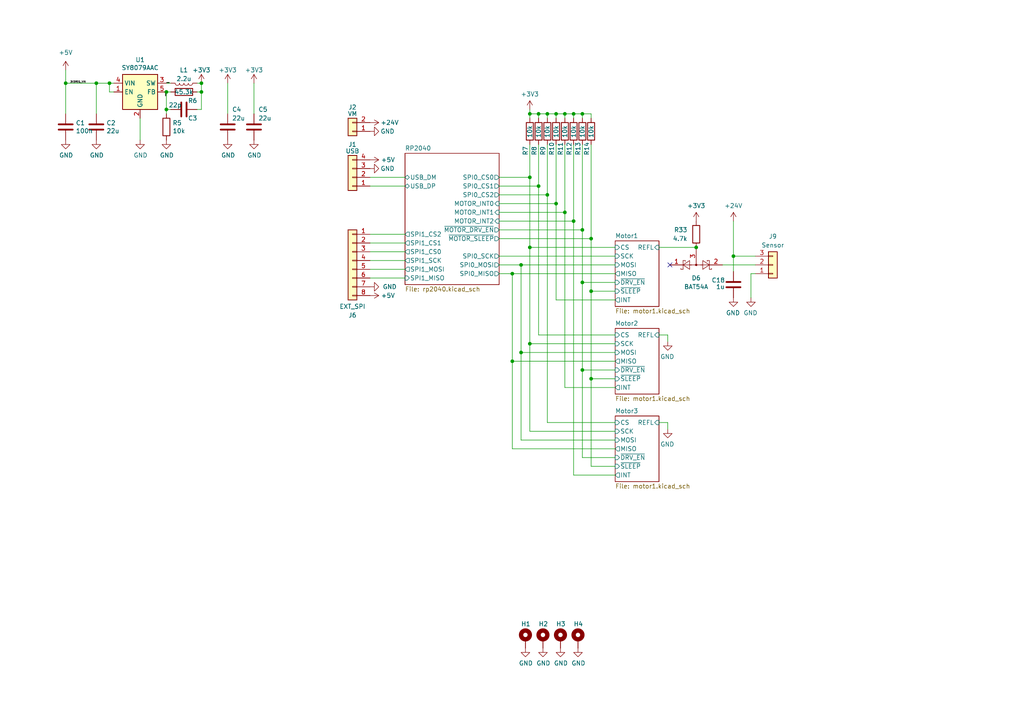
<source format=kicad_sch>
(kicad_sch (version 20230121) (generator eeschema)
  (paper "A4")
  (title_block (title "TkkrLab Pick&Place controller") (date "2024-01-09") (rev "0.1") (company "Nicolai Electronics"))
  (lib_symbols
    (symbol "Connector_Generic:Conn_01x02" (pin_names (offset 1.016) hide)
      (property "Reference" "J" (at 0 2.54 0))
      (property "Value" "Conn_01x02" (at 0 -5.08 0))
      (symbol "Conn_01x02_1_1"
        (rectangle (start -1.27 -2.413) (end 0 -2.667) (stroke (width 0.1524)))
        (rectangle (start -1.27 0.127) (end 0 -0.127) (stroke (width 0.1524)))
        (rectangle (start -1.27 1.27) (end 1.27 -3.81) (stroke (width 0.254)) (fill (type background)))
        (pin passive line (at -5.08 0 0) (length 3.81) (name "Pin_1") (number "1"))
        (pin passive line (at -5.08 -2.54 0) (length 3.81) (name "Pin_2") (number "2"))
      )
    )
    (symbol "Connector_Generic:Conn_01x03" (pin_names (offset 1.016) hide)
      (property "Reference" "J" (at 0 5.08 0))
      (property "Value" "Conn_01x03" (at 0 -5.08 0))
      (symbol "Conn_01x03_1_1"
        (rectangle (start -1.27 -2.413) (end 0 -2.667) (stroke (width 0.1524)))
        (rectangle (start -1.27 0.127) (end 0 -0.127) (stroke (width 0.1524)))
        (rectangle (start -1.27 2.667) (end 0 2.413) (stroke (width 0.1524)))
        (rectangle (start -1.27 3.81) (end 1.27 -3.81) (stroke (width 0.254)) (fill (type background)))
        (pin passive line (at -5.08 2.54 0) (length 3.81) (name "Pin_1") (number "1"))
        (pin passive line (at -5.08 0 0) (length 3.81) (name "Pin_2") (number "2"))
        (pin passive line (at -5.08 -2.54 0) (length 3.81) (name "Pin_3") (number "3"))
      )
    )
    (symbol "Connector_Generic:Conn_01x04" (pin_names (offset 1.016) hide)
      (property "Reference" "J" (at 0 5.08 0))
      (property "Value" "Conn_01x04" (at 0 -7.62 0))
      (symbol "Conn_01x04_1_1"
        (rectangle (start -1.27 -4.953) (end 0 -5.207) (stroke (width 0.1524)))
        (rectangle (start -1.27 -2.413) (end 0 -2.667) (stroke (width 0.1524)))
        (rectangle (start -1.27 0.127) (end 0 -0.127) (stroke (width 0.1524)))
        (rectangle (start -1.27 2.667) (end 0 2.413) (stroke (width 0.1524)))
        (rectangle (start -1.27 3.81) (end 1.27 -6.35) (stroke (width 0.254)) (fill (type background)))
        (pin passive line (at -5.08 2.54 0) (length 3.81) (name "Pin_1") (number "1"))
        (pin passive line (at -5.08 0 0) (length 3.81) (name "Pin_2") (number "2"))
        (pin passive line (at -5.08 -2.54 0) (length 3.81) (name "Pin_3") (number "3"))
        (pin passive line (at -5.08 -5.08 0) (length 3.81) (name "Pin_4") (number "4"))
      )
    )
    (symbol "Connector_Generic:Conn_01x08" (pin_names (offset 1.016) hide)
      (property "Reference" "J" (at 0 10.16 0))
      (property "Value" "Conn_01x08" (at 0 -12.7 0))
      (symbol "Conn_01x08_1_1"
        (rectangle (start -1.27 -10.033) (end 0 -10.287) (stroke (width 0.1524)))
        (rectangle (start -1.27 -7.493) (end 0 -7.747) (stroke (width 0.1524)))
        (rectangle (start -1.27 -4.953) (end 0 -5.207) (stroke (width 0.1524)))
        (rectangle (start -1.27 -2.413) (end 0 -2.667) (stroke (width 0.1524)))
        (rectangle (start -1.27 0.127) (end 0 -0.127) (stroke (width 0.1524)))
        (rectangle (start -1.27 2.667) (end 0 2.413) (stroke (width 0.1524)))
        (rectangle (start -1.27 5.207) (end 0 4.953) (stroke (width 0.1524)))
        (rectangle (start -1.27 7.747) (end 0 7.493) (stroke (width 0.1524)))
        (rectangle (start -1.27 8.89) (end 1.27 -11.43) (stroke (width 0.254)) (fill (type background)))
        (pin passive line (at -5.08 7.62 0) (length 3.81) (name "Pin_1") (number "1"))
        (pin passive line (at -5.08 5.08 0) (length 3.81) (name "Pin_2") (number "2"))
        (pin passive line (at -5.08 2.54 0) (length 3.81) (name "Pin_3") (number "3"))
        (pin passive line (at -5.08 0 0) (length 3.81) (name "Pin_4") (number "4"))
        (pin passive line (at -5.08 -2.54 0) (length 3.81) (name "Pin_5") (number "5"))
        (pin passive line (at -5.08 -5.08 0) (length 3.81) (name "Pin_6") (number "6"))
        (pin passive line (at -5.08 -7.62 0) (length 3.81) (name "Pin_7") (number "7"))
        (pin passive line (at -5.08 -10.16 0) (length 3.81) (name "Pin_8") (number "8"))
      )
    )
    (symbol "Device:R" (pin_numbers hide) (pin_names (offset 0))
      (property "Reference" "R" (at 2.032 0 90))
      (property "Value" "R" (at 0 0 90))
      (symbol "R_0_1"
        (rectangle (start -1.016 -2.54) (end 1.016 2.54) (stroke (width 0.254)))
      )
      (symbol "R_1_1"
        (pin passive line (at 0 3.81 270) (length 1.27) (name "~") (number "1"))
        (pin passive line (at 0 -3.81 90) (length 1.27) (name "~") (number "2"))
      )
    )
    (symbol "Diode:BAT54A" (pin_names (offset 1.016))
      (property "Reference" "D" (at 0.635 -3.81 0))
      (property "Value" "BAT54A" (at -6.35 3.175 0))
      (symbol "BAT54A_0_1"
        (polyline (pts (xy -4.445 1.27) (xy -4.445 1.016)))
        (polyline (pts (xy -3.81 -1.27) (xy -3.81 1.27)))
        (polyline (pts (xy -3.81 -1.27) (xy -3.175 -1.27)))
        (polyline (pts (xy -3.81 0) (xy -1.27 0)))
        (polyline (pts (xy -3.81 1.27) (xy -4.445 1.27)))
        (polyline (pts (xy -3.175 -1.27) (xy -3.175 -1.016)))
        (polyline (pts (xy -1.905 0) (xy 1.905 0)))
        (polyline (pts (xy 1.27 0) (xy 3.81 0)))
        (polyline (pts (xy 3.175 -1.27) (xy 3.175 -1.016)))
        (polyline (pts (xy 3.81 -1.27) (xy 3.175 -1.27)))
        (polyline (pts (xy 3.81 -1.27) (xy 3.81 1.27)))
        (polyline (pts (xy 3.81 1.27) (xy 4.445 1.27)))
        (polyline (pts (xy 4.445 1.27) (xy 4.445 1.016)))
        (polyline (pts (xy -1.905 1.27) (xy -1.905 -1.27) (xy -3.81 0) (xy -1.905 1.27)))
        (polyline (pts (xy 1.905 1.27) (xy 1.905 -1.27) (xy 3.81 0) (xy 1.905 1.27)))
        (circle (center 0 0) (radius 0.254) (fill (type outline)))
      )
      (symbol "BAT54A_1_1"
        (pin passive line (at -7.62 0 0) (length 3.81) (name "~") (number "1"))
        (pin passive line (at 7.62 0 180) (length 3.81) (name "~") (number "2"))
        (pin passive line (at 0 -5.08 90) (length 5.08) (name "~") (number "3"))
      )
    )
    (symbol "Mechanical:MountingHole_Pad" (pin_numbers hide) (pin_names (offset 1.016) hide)
      (property "Reference" "H" (at 0 6.35 0))
      (property "Value" "MountingHole_Pad" (at 0 4.445 0))
      (symbol "MountingHole_Pad_0_1"
        (circle (center 0 1.27) (radius 1.27) (stroke (width 1.27)))
      )
      (symbol "MountingHole_Pad_1_1"
        (pin input line (at 0 -2.54 90) (length 2.54) (name "1") (number "1"))
      )
    )
    (symbol "mch2021-rescue:+3.3V-power" (power) (pin_names (offset 0))
      (property "Value" "+3.3V-power" (at 0 3.556 0))
      (symbol "+3.3V-power_0_1"
        (polyline (pts (xy -0.762 1.27) (xy 0 2.54)))
        (polyline (pts (xy 0 0) (xy 0 2.54)))
        (polyline (pts (xy 0 2.54) (xy 0.762 1.27)))
      )
      (symbol "+3.3V-power_1_1"
        (pin power_in line (at 0 0 90) (length 0) hide (name "+3V3") (number "1"))
      )
    )
    (symbol "mch2021-rescue:C-Device" (pin_numbers hide) (pin_names (offset 0.254))
      (property "Reference" "C" (at 0.635 2.54 0))
      (property "Value" "C-Device" (at 0.635 -2.54 0))
      (symbol "C-Device_0_1"
        (polyline (pts (xy -2.032 -0.762) (xy 2.032 -0.762)) (stroke (width 0.508)))
        (polyline (pts (xy -2.032 0.762) (xy 2.032 0.762)) (stroke (width 0.508)))
      )
      (symbol "C-Device_1_1"
        (pin passive line (at 0 3.81 270) (length 2.794) (name "~") (number "1"))
        (pin passive line (at 0 -3.81 90) (length 2.794) (name "~") (number "2"))
      )
    )
    (symbol "mch2021-rescue:GND-power" (power) (pin_names (offset 0))
      (property "Value" "GND-power" (at 0 -3.81 0))
      (symbol "GND-power_0_1"
        (polyline (pts (xy 0 0) (xy 0 -1.27) (xy 1.27 -1.27) (xy 0 -2.54) (xy -1.27 -1.27) (xy 0 -1.27)))
      )
      (symbol "GND-power_1_1"
        (pin power_in line (at 0 0 270) (length 0) hide (name "GND") (number "1"))
      )
    )
    (symbol "mch2021-rescue:L-Device" (pin_numbers hide) (pin_names (offset 1.016) hide)
      (property "Reference" "L" (at -1.27 0 90))
      (property "Value" "L-Device" (at 1.905 0 90))
      (symbol "L-Device_0_1"
        (arc (start 0 -2.54) (mid 0.6323 -1.905) (end 0 -1.27))
        (arc (start 0 -1.27) (mid 0.6323 -0.635) (end 0 0))
        (arc (start 0 0) (mid 0.6323 0.635) (end 0 1.27))
        (arc (start 0 1.27) (mid 0.6323 1.905) (end 0 2.54))
      )
      (symbol "L-Device_1_1"
        (pin passive line (at 0 3.81 270) (length 1.27) (name "1") (number "1"))
        (pin passive line (at 0 -3.81 90) (length 1.27) (name "2") (number "2"))
      )
    )
    (symbol "mch2021-rescue:R-Device" (pin_numbers hide) (pin_names (offset 0))
      (property "Reference" "R" (at 2.032 0 90))
      (property "Value" "R-Device" (at 0 0 90))
      (symbol "R-Device_0_1"
        (rectangle (start -1.016 -2.54) (end 1.016 2.54) (stroke (width 0.254)))
      )
      (symbol "R-Device_1_1"
        (pin passive line (at 0 3.81 270) (length 1.27) (name "~") (number "1"))
        (pin passive line (at 0 -3.81 90) (length 1.27) (name "~") (number "2"))
      )
    )
    (symbol "mch2021-rescue:TLV62568DBV-Regulator_Switching"
      (property "Reference" "U" (at -5.08 6.35 0))
      (property "Value" "TLV62568DBV-Regulator_Switching" (at 0 6.35 0))
      (symbol "TLV62568DBV-Regulator_Switching_0_1"
        (rectangle (start -5.08 5.08) (end 5.08 -5.08) (stroke (width 0.254)) (fill (type background)))
      )
      (symbol "TLV62568DBV-Regulator_Switching_1_1"
        (pin input line (at -7.62 0 0) (length 2.54) (name "EN") (number "1"))
        (pin power_in line (at 0 -7.62 90) (length 2.54) (name "GND") (number "2"))
        (pin power_out line (at 7.62 2.54 180) (length 2.54) (name "SW") (number "3"))
        (pin power_in line (at -7.62 2.54 0) (length 2.54) (name "VIN") (number "4"))
        (pin input line (at 7.62 0 180) (length 2.54) (name "FB") (number "5"))
      )
    )
    (symbol "power:+24V" (power) (pin_names (offset 0))
      (property "Value" "+24V" (at 0 3.556 0))
      (symbol "+24V_0_1"
        (polyline (pts (xy -0.762 1.27) (xy 0 2.54)))
        (polyline (pts (xy 0 0) (xy 0 2.54)))
        (polyline (pts (xy 0 2.54) (xy 0.762 1.27)))
      )
      (symbol "+24V_1_1"
        (pin power_in line (at 0 0 90) (length 0) hide (name "+24V") (number "1"))
      )
    )
    (symbol "power:+5V" (power) (pin_names (offset 0))
      (property "Value" "+5V" (at 0 3.556 0))
      (symbol "+5V_0_1"
        (polyline (pts (xy -0.762 1.27) (xy 0 2.54)))
        (polyline (pts (xy 0 0) (xy 0 2.54)))
        (polyline (pts (xy 0 2.54) (xy 0.762 1.27)))
      )
      (symbol "+5V_1_1"
        (pin power_in line (at 0 0 90) (length 0) hide (name "+5V") (number "1"))
      )
    )
  )
  (junction (at 171.45 69.215))
  (junction (at 158.75 33.02))
  (junction (at 163.83 61.595))
  (junction (at 151.13 102.235))
  (junction (at 171.45 84.455))
  (junction (at 58.42 26.67))
  (junction (at 48.26 26.67))
  (junction (at 153.67 51.435))
  (junction (at 156.21 33.02))
  (junction (at 31.75 24.13))
  (junction (at 166.37 33.02))
  (junction (at 171.45 109.855))
  (junction (at 161.29 59.055))
  (junction (at 153.67 71.755))
  (junction (at 168.91 33.02))
  (junction (at 161.29 33.02))
  (junction (at 19.05 24.13))
  (junction (at 48.26 31.75))
  (junction (at 153.67 99.695))
  (junction (at 156.21 53.975))
  (junction (at 151.13 76.835))
  (junction (at 168.91 66.675))
  (junction (at 166.37 64.135))
  (junction (at 168.91 81.915))
  (junction (at 212.725 74.295))
  (junction (at 58.42 24.13))
  (junction (at 201.93 71.755))
  (junction (at 158.75 56.515))
  (junction (at 153.67 33.02))
  (junction (at 163.83 33.02))
  (junction (at 148.59 79.375))
  (junction (at 27.94 24.13))
  (junction (at 148.59 104.775))
  (junction (at 168.91 107.315))
  (no_connect (at 194.31 76.835))
  (wire (pts (xy 168.91 81.915) (xy 168.91 66.675)))
  (wire (pts (xy 178.435 99.695) (xy 153.67 99.695)))
  (wire (pts (xy 219.075 76.835) (xy 209.55 76.835)))
  (wire (pts (xy 171.45 41.91) (xy 171.45 69.215)))
  (wire (pts (xy 73.66 33.02) (xy 73.66 24.13)))
  (wire (pts (xy 178.435 97.155) (xy 156.21 97.155)))
  (wire (pts (xy 178.435 102.235) (xy 151.13 102.235)))
  (wire (pts (xy 144.78 56.515) (xy 158.75 56.515)))
  (wire (pts (xy 178.435 81.915) (xy 168.91 81.915)))
  (wire (pts (xy 217.805 79.375) (xy 219.075 79.375)))
  (wire (pts (xy 217.805 79.375) (xy 217.805 86.36)))
  (wire (pts (xy 158.75 33.02) (xy 161.29 33.02)))
  (wire (pts (xy 58.42 24.13) (xy 57.15 24.13)))
  (wire (pts (xy 58.42 31.75) (xy 58.42 26.67)))
  (wire (pts (xy 158.75 33.02) (xy 158.75 34.29)))
  (wire (pts (xy 48.26 24.13) (xy 49.53 24.13)))
  (wire (pts (xy 19.05 20.32) (xy 19.05 24.13)))
  (wire (pts (xy 178.435 104.775) (xy 148.59 104.775)))
  (wire (pts (xy 48.26 31.75) (xy 48.26 26.67)))
  (wire (pts (xy 171.45 84.455) (xy 178.435 84.455)))
  (wire (pts (xy 27.94 33.02) (xy 27.94 24.13)))
  (wire (pts (xy 19.05 24.13) (xy 27.94 24.13)))
  (wire (pts (xy 171.45 135.255) (xy 178.435 135.255)))
  (wire (pts (xy 191.135 122.555) (xy 193.675 122.555)))
  (wire (pts (xy 31.75 26.67) (xy 31.75 24.13)))
  (wire (pts (xy 171.45 109.855) (xy 178.435 109.855)))
  (wire (pts (xy 107.315 70.485) (xy 117.475 70.485)))
  (wire (pts (xy 153.67 33.02) (xy 153.67 34.29)))
  (wire (pts (xy 178.435 71.755) (xy 153.67 71.755)))
  (wire (pts (xy 107.315 53.975) (xy 117.475 53.975)))
  (wire (pts (xy 171.45 84.455) (xy 171.45 109.855)))
  (wire (pts (xy 40.64 34.29) (xy 40.64 40.64)))
  (wire (pts (xy 107.315 75.565) (xy 117.475 75.565)))
  (wire (pts (xy 144.78 76.835) (xy 151.13 76.835)))
  (wire (pts (xy 156.21 41.91) (xy 156.21 53.975)))
  (wire (pts (xy 144.78 61.595) (xy 163.83 61.595)))
  (wire (pts (xy 153.67 99.695) (xy 153.67 125.095)))
  (wire (pts (xy 161.29 86.995) (xy 161.29 59.055)))
  (wire (pts (xy 144.78 51.435) (xy 153.67 51.435)))
  (wire (pts (xy 144.78 66.675) (xy 168.91 66.675)))
  (wire (pts (xy 178.435 137.795) (xy 166.37 137.795)))
  (wire (pts (xy 166.37 137.795) (xy 166.37 64.135)))
  (wire (pts (xy 168.91 132.715) (xy 168.91 107.315)))
  (wire (pts (xy 148.59 130.175) (xy 148.59 104.775)))
  (wire (pts (xy 153.67 31.75) (xy 153.67 33.02)))
  (wire (pts (xy 212.725 74.295) (xy 212.725 78.74)))
  (wire (pts (xy 144.78 74.295) (xy 178.435 74.295)))
  (wire (pts (xy 107.315 51.435) (xy 117.475 51.435)))
  (wire (pts (xy 107.315 80.645) (xy 117.475 80.645)))
  (wire (pts (xy 48.26 33.02) (xy 48.26 31.75)))
  (wire (pts (xy 166.37 41.91) (xy 166.37 64.135)))
  (wire (pts (xy 178.435 130.175) (xy 148.59 130.175)))
  (wire (pts (xy 156.21 33.02) (xy 156.21 34.29)))
  (wire (pts (xy 153.67 71.755) (xy 153.67 51.435)))
  (wire (pts (xy 107.315 78.105) (xy 117.475 78.105)))
  (wire (pts (xy 171.45 69.215) (xy 171.45 84.455)))
  (wire (pts (xy 163.83 33.02) (xy 163.83 34.29)))
  (wire (pts (xy 178.435 125.095) (xy 153.67 125.095)))
  (wire (pts (xy 151.13 102.235) (xy 151.13 127.635)))
  (wire (pts (xy 166.37 33.02) (xy 168.91 33.02)))
  (wire (pts (xy 27.94 24.13) (xy 31.75 24.13)))
  (wire (pts (xy 151.13 76.835) (xy 178.435 76.835)))
  (wire (pts (xy 178.435 107.315) (xy 168.91 107.315)))
  (wire (pts (xy 48.26 26.67) (xy 49.53 26.67)))
  (wire (pts (xy 168.91 66.675) (xy 168.91 41.91)))
  (wire (pts (xy 168.91 107.315) (xy 168.91 81.915)))
  (wire (pts (xy 193.675 97.155) (xy 193.675 99.06)))
  (wire (pts (xy 171.45 33.02) (xy 171.45 34.29)))
  (wire (pts (xy 153.67 51.435) (xy 153.67 41.91)))
  (wire (pts (xy 161.29 41.91) (xy 161.29 59.055)))
  (wire (pts (xy 161.29 33.02) (xy 163.83 33.02)))
  (wire (pts (xy 163.83 61.595) (xy 163.83 41.91)))
  (wire (pts (xy 148.59 79.375) (xy 178.435 79.375)))
  (wire (pts (xy 191.135 97.155) (xy 193.675 97.155)))
  (wire (pts (xy 57.15 31.75) (xy 58.42 31.75)))
  (wire (pts (xy 156.21 53.975) (xy 144.78 53.975)))
  (wire (pts (xy 148.59 104.775) (xy 148.59 79.375)))
  (wire (pts (xy 219.075 74.295) (xy 212.725 74.295)))
  (wire (pts (xy 163.83 112.395) (xy 163.83 61.595)))
  (wire (pts (xy 156.21 33.02) (xy 158.75 33.02)))
  (wire (pts (xy 178.435 132.715) (xy 168.91 132.715)))
  (wire (pts (xy 66.04 24.13) (xy 66.04 33.02)))
  (wire (pts (xy 161.29 59.055) (xy 144.78 59.055)))
  (wire (pts (xy 58.42 26.67) (xy 58.42 24.13)))
  (wire (pts (xy 168.91 33.02) (xy 171.45 33.02)))
  (wire (pts (xy 178.435 122.555) (xy 158.75 122.555)))
  (wire (pts (xy 144.78 79.375) (xy 148.59 79.375)))
  (wire (pts (xy 151.13 127.635) (xy 178.435 127.635)))
  (wire (pts (xy 212.725 64.135) (xy 212.725 74.295)))
  (wire (pts (xy 168.91 33.02) (xy 168.91 34.29)))
  (wire (pts (xy 151.13 102.235) (xy 151.13 76.835)))
  (wire (pts (xy 153.67 33.02) (xy 156.21 33.02)))
  (wire (pts (xy 153.67 71.755) (xy 153.67 99.695)))
  (wire (pts (xy 158.75 56.515) (xy 158.75 41.91)))
  (wire (pts (xy 33.02 26.67) (xy 31.75 26.67)))
  (wire (pts (xy 107.315 73.025) (xy 117.475 73.025)))
  (wire (pts (xy 166.37 33.02) (xy 166.37 34.29)))
  (wire (pts (xy 156.21 97.155) (xy 156.21 53.975)))
  (wire (pts (xy 107.315 67.945) (xy 117.475 67.945)))
  (wire (pts (xy 171.45 69.215) (xy 144.78 69.215)))
  (wire (pts (xy 178.435 86.995) (xy 161.29 86.995)))
  (wire (pts (xy 161.29 33.02) (xy 161.29 34.29)))
  (wire (pts (xy 31.75 24.13) (xy 33.02 24.13)))
  (wire (pts (xy 171.45 109.855) (xy 171.45 135.255)))
  (wire (pts (xy 49.53 31.75) (xy 48.26 31.75)))
  (wire (pts (xy 163.83 33.02) (xy 166.37 33.02)))
  (wire (pts (xy 158.75 122.555) (xy 158.75 56.515)))
  (wire (pts (xy 166.37 64.135) (xy 144.78 64.135)))
  (wire (pts (xy 19.05 24.13) (xy 19.05 33.02)))
  (wire (pts (xy 193.675 122.555) (xy 193.675 124.46)))
  (wire (pts (xy 58.42 26.67) (xy 57.15 26.67)))
  (wire (pts (xy 191.135 71.755) (xy 201.93 71.755)))
  (wire (pts (xy 178.435 112.395) (xy 163.83 112.395)))
  (label "FB33" (at 48.26 27.94 90) (effects (font (size 0.2032 0.2032))))
  (label "SW33" (at 48.26 24.13 0) (effects (font (size 0.2032 0.2032))))
  (label "3V3REG_VIN" (at 20.32 24.13 0) (effects (font (size 0.508 0.508))))
  (symbol (lib_id "mch2021-rescue:GND-power") (at 73.66 40.64 0) (unit 1)
    (property "Reference" "#PWR025" (effects hide))
    (property "Value" "GND" (at 73.787 45.0342 0))
  )
  (symbol (lib_id "mch2021-rescue:GND-power") (at 66.04 40.64 0) (unit 1)
    (property "Reference" "#PWR023" (effects hide))
    (property "Value" "GND" (at 66.167 45.0342 0))
  )
  (symbol (lib_id "mch2021-rescue:GND-power") (at 48.26 40.64 0) (unit 1)
    (property "Reference" "#PWR020" (effects hide))
    (property "Value" "GND" (at 48.387 45.0342 0))
  )
  (symbol (lib_id "mch2021-rescue:GND-power") (at 27.94 40.64 0) (unit 1)
    (property "Reference" "#PWR018" (effects hide))
    (property "Value" "GND" (at 28.067 45.0342 0))
  )
  (symbol (lib_id "mch2021-rescue:+3.3V-power") (at 66.04 24.13 0) (unit 1)
    (property "Reference" "#PWR022" (effects hide))
    (property "Value" "+3.3V" (at 66.04 20.32 0))
  )
  (symbol (lib_id "mch2021-rescue:+3.3V-power") (at 58.42 24.13 0) (unit 1)
    (property "Reference" "#PWR021" (effects hide))
    (property "Value" "+3.3V" (at 58.42 20.32 0))
  )
  (symbol (lib_id "mch2021-rescue:TLV62568DBV-Regulator_Switching") (at 40.64 26.67 0) (unit 1)
    (property "Reference" "U1" (at 40.64 17.3482 0))
    (property "Value" "SY8079AAC" (at 40.64 19.6596 0))
    (property "Footprint" "Package_TO_SOT_SMD:SOT-23-5" (effects hide))
    (property "Datasheet" "https://datasheet.lcsc.com/lcsc/1809050356_Silergy-Corp-SY8079AAC_C133751.pdf" (effects hide))
    (property "LCSC" "C133751" (effects hide))
    (property "Mouser" "-" (effects hide))
    (property "Sponsored" "N" (effects hide))
    (property "Category" "ICs" (effects hide))
    (property "Buy early" "Y" (effects hide))
    (property "MPN" "SY8079AAC" (effects hide))
    (property "Manufacturer" "Silergy Corp" (effects hide))
  )
  (symbol (lib_id "mch2021-rescue:L-Device") (at 53.34 24.13 270) (unit 1)
    (property "Reference" "L1" (at 53.34 20.32 90))
    (property "Value" "2.2u" (at 53.34 22.86 90))
    (property "Footprint" "custom:Inductor_MSC20FC" (effects hide))
    (property "Datasheet" "https://datasheet.lcsc.com/lcsc/1912111437_PSA-Prosperity-Dielectrics-MCS20FC-2R2MHC_C375944.pdf" (effects hide))
    (property "LCSC" "C375944" (effects hide))
    (property "Mouser" "-" (effects hide))
    (property "Sponsored" "N" (effects hide))
    (property "Category" "Inductors" (effects hide))
    (property "MPN" "MCS20FC-2R2MHC" (effects hide))
    (property "Manufacturer" "PSA" (effects hide))
    (property "Buy early" "Y" (effects hide))
  )
  (symbol (lib_id "mch2021-rescue:R-Device") (at 48.26 36.83 0) (unit 1)
    (property "Reference" "R5" (at 50.038 35.6616 0) (effects (justify left)))
    (property "Value" "10k" (at 50.038 37.973 0) (effects (justify left)))
    (property "Footprint" "Resistor_SMD:R_0402_1005Metric" (effects hide))
    (property "Datasheet" "https://datasheet.lcsc.com/lcsc/2110260030_UNI-ROYAL-Uniroyal-Elec-0402WGF1002TCE_C25744.pdf" (effects hide))
    (property "LCSC" "C25744" (effects hide))
    (property "Mouser" "-" (effects hide))
    (property "Sponsored" "N" (effects hide))
    (property "MANUFACTURER" "UNI-ROYAL" (effects hide))
    (property "MPN" "0402WGF1002TCE" (effects hide))
    (property "Category" "Resistors" (effects hide))
    (property "Buy early" "Y" (effects hide))
    (property "Description" "Generic part" (effects hide))
    (property "Manufacturer" "Uni-royal" (effects hide))
  )
  (symbol (lib_id "mch2021-rescue:C-Device") (at 19.05 36.83 0) (unit 1)
    (property "Reference" "C1" (at 21.971 35.6616 0) (effects (justify left)))
    (property "Value" "100n" (at 21.971 37.973 0) (effects (justify left)))
    (property "Footprint" "Capacitor_SMD:C_0402_1005Metric" (effects hide))
    (property "Datasheet" "https://datasheet.lcsc.com/lcsc/1810191222_Samsung-Electro-Mechanics-CL05B104KB54PNC_C307331.pdf" (effects hide))
    (property "Sponsored" "N" (effects hide))
    (property "LCSC" "C307331" (effects hide))
    (property "Category" "Capacitors" (effects hide))
    (property "Description" "Generic part" (effects hide))
    (property "Buy early" "Y" (effects hide))
    (property "MPN" "CL05B104KB54PNC" (effects hide))
    (property "Manufacturer" "Samsung Electro-Mechanics" (effects hide))
    (property "Minimal voltage rating" "10" (effects hide))
    (property "Voltage rating" "50" (effects hide))
  )
  (symbol (lib_id "mch2021-rescue:GND-power") (at 19.05 40.64 0) (unit 1)
    (property "Reference" "#PWR017" (effects hide))
    (property "Value" "GND" (at 19.177 45.0342 0))
  )
  (symbol (lib_id "mch2021-rescue:GND-power") (at 40.64 40.64 0) (unit 1)
    (property "Reference" "#PWR019" (effects hide))
    (property "Value" "GND" (at 40.767 45.0342 0))
  )
  (symbol (lib_id "mch2021-rescue:C-Device") (at 73.66 36.83 0) (unit 1)
    (property "Reference" "C5" (at 74.93 31.75 0) (effects (justify left)))
    (property "Value" "22u" (at 74.93 34.29 0) (effects (justify left)))
    (property "Footprint" "Capacitor_SMD:C_0805_2012Metric" (effects hide))
    (property "Datasheet" "https://datasheet.lcsc.com/lcsc/2006102223_Samsung-Electro-Mechanics-CL21A226MAYNNNE_C602037.pdf" (effects hide))
    (property "Sponsored" "N" (effects hide))
    (property "LCSC" "C602037" (effects hide))
    (property "Category" "Capacitors" (effects hide))
    (property "Description" "Generic part" (effects hide))
    (property "Buy early" "Y" (effects hide))
    (property "MPN" "CL21A226MAYNNNE" (effects hide))
    (property "Manufacturer" "Samsung Electro-Mechanics" (effects hide))
    (property "Minimal voltage rating" "10" (effects hide))
    (property "Voltage rating" "25" (effects hide))
  )
  (symbol (lib_id "mch2021-rescue:C-Device") (at 27.94 36.83 0) (unit 1)
    (property "Reference" "C2" (at 30.861 35.6616 0) (effects (justify left)))
    (property "Value" "22u" (at 30.861 37.973 0) (effects (justify left)))
    (property "Footprint" "Capacitor_SMD:C_0805_2012Metric" (effects hide))
    (property "Datasheet" "https://datasheet.lcsc.com/lcsc/2006102223_Samsung-Electro-Mechanics-CL21A226MAYNNNE_C602037.pdf" (effects hide))
    (property "Sponsored" "N" (effects hide))
    (property "LCSC" "C602037" (effects hide))
    (property "Category" "Capacitors" (effects hide))
    (property "Description" "Generic part" (effects hide))
    (property "Buy early" "Y" (effects hide))
    (property "MPN" "CL21A226MAYNNNE" (effects hide))
    (property "Manufacturer" "Samsung Electro-Mechanics" (effects hide))
    (property "Minimal voltage rating" "10" (effects hide))
    (property "Voltage rating" "25" (effects hide))
  )
  (symbol (lib_id "mch2021-rescue:R-Device") (at 53.34 26.67 270) (unit 1)
    (property "Reference" "R6" (at 55.88 29.21 90))
    (property "Value" "45.3k" (at 53.34 26.67 90))
    (property "Footprint" "Resistor_SMD:R_0402_1005Metric" (effects hide))
    (property "Datasheet" "https://datasheet.lcsc.com/lcsc/2110260130_UNI-ROYAL-Uniroyal-Elec-0402WGF4532TCE_C26980.pdf" (effects hide))
    (property "LCSC" "C26980" (effects hide))
    (property "Mouser" "-" (effects hide))
    (property "Sponsored" "N" (effects hide))
    (property "MANUFACTURER" "UNI-ROYAL" (effects hide))
    (property "MPN" "0402WGF4532TCE" (effects hide))
    (property "Category" "Resistors" (effects hide))
    (property "Buy early" "Y" (effects hide))
    (property "Description" "Generic part" (effects hide))
    (property "Manufacturer" "Uni-royal" (effects hide))
  )
  (symbol (lib_id "mch2021-rescue:C-Device") (at 53.34 31.75 270) (unit 1)
    (property "Reference" "C3" (at 55.88 34.29 90))
    (property "Value" "22p" (at 50.8 30.48 90))
    (property "Footprint" "Capacitor_SMD:C_0402_1005Metric" (effects hide))
    (property "Datasheet" "https://datasheet.lcsc.com/lcsc/1912111437_CCTC-TCC0402C0G220J500AT_C466226.pdf" (effects hide))
    (property "Sponsored" "N" (effects hide))
    (property "LCSC" "C466226" (effects hide))
    (property "MANUFACTURER" "YAGEO" (effects hide))
    (property "MPN" "TCC0402C0G220J500AT" (effects hide))
    (property "Category" "Capacitors" (effects hide))
    (property "Description" "Generic part" (effects hide))
    (property "Buy early" "Y" (effects hide))
    (property "Manufacturer" "CCTC" (effects hide))
    (property "Minimal voltage rating" "10" (effects hide))
    (property "Voltage rating" "50" (effects hide))
  )
  (symbol (lib_id "mch2021-rescue:C-Device") (at 66.04 36.83 0) (unit 1)
    (property "Reference" "C4" (at 67.31 31.75 0) (effects (justify left)))
    (property "Value" "22u" (at 67.31 34.29 0) (effects (justify left)))
    (property "Footprint" "Capacitor_SMD:C_0805_2012Metric" (effects hide))
    (property "Datasheet" "https://datasheet.lcsc.com/lcsc/2006102223_Samsung-Electro-Mechanics-CL21A226MAYNNNE_C602037.pdf" (effects hide))
    (property "Sponsored" "N" (effects hide))
    (property "LCSC" "C602037" (effects hide))
    (property "Category" "Capacitors" (effects hide))
    (property "Description" "Generic part" (effects hide))
    (property "Buy early" "Y" (effects hide))
    (property "MPN" "CL21A226MAYNNNE" (effects hide))
    (property "Manufacturer" "Samsung Electro-Mechanics" (effects hide))
    (property "Minimal voltage rating" "10" (effects hide))
    (property "Voltage rating" "25" (effects hide))
  )
  (symbol (lib_id "mch2021-rescue:+3.3V-power") (at 73.66 24.13 0) (unit 1)
    (property "Reference" "#PWR024" (effects hide))
    (property "Value" "+3.3V" (at 73.66 20.32 0))
  )
  (symbol (lib_id "mch2021-rescue:+3.3V-power") (at 153.67 31.75 0) (unit 1)
    (property "Reference" "#PWR027" (effects hide))
    (property "Value" "+3.3V" (at 153.67 27.305 0))
  )
  (symbol (lib_id "Connector_Generic:Conn_01x08") (at 102.235 75.565 0) (mirror y) (unit 1)
    (property "Reference" "J6" (at 102.235 91.44 0))
    (property "Value" "EXT_SPI" (at 102.235 88.9 0))
    (property "Footprint" "Connector_JST:JST_XH_B8B-XH-A_1x08_P2.50mm_Vertical" (effects hide))
  )
  (symbol (lib_id "mch2021-rescue:R-Device") (at 153.67 38.1 0) (unit 1)
    (property "Reference" "R7" (at 152.4 45.085 90) (effects (justify left)))
    (property "Value" "10k" (at 153.67 40.005 90) (effects (justify left)))
    (property "Footprint" "Resistor_SMD:R_0402_1005Metric" (effects hide))
    (property "Datasheet" "https://datasheet.lcsc.com/lcsc/2110260030_UNI-ROYAL-Uniroyal-Elec-0402WGF1002TCE_C25744.pdf" (effects hide))
    (property "LCSC" "C25744" (effects hide))
    (property "Mouser" "-" (effects hide))
    (property "Sponsored" "N" (effects hide))
    (property "MANUFACTURER" "UNI-ROYAL" (effects hide))
    (property "MPN" "0402WGF1002TCE" (effects hide))
    (property "Category" "Resistors" (effects hide))
    (property "Buy early" "Y" (effects hide))
    (property "Description" "Generic part" (effects hide))
    (property "Manufacturer" "Uni-royal" (effects hide))
  )
  (symbol (lib_id "mch2021-rescue:GND-power") (at 162.56 187.96 0) (unit 1)
    (property "Reference" "#PWR029" (effects hide))
    (property "Value" "GND" (at 162.687 192.3542 0))
  )
  (symbol (lib_id "power:+5V") (at 107.315 46.355 270) (unit 1)
    (property "Reference" "#PWR05" (effects hide))
    (property "Value" "+5V" (at 110.49 46.355 90) (effects (justify left)))
  )
  (symbol (lib_id "mch2021-rescue:C-Device") (at 212.725 82.55 0) (mirror x) (unit 1)
    (property "Reference" "C18" (at 206.375 81.28 0) (effects (justify left)))
    (property "Value" "1u" (at 207.645 83.185 0) (effects (justify left)))
    (property "Footprint" "Capacitor_SMD:C_0402_1005Metric" (effects hide))
    (property "Datasheet" "https://datasheet.lcsc.com/lcsc/1810191216_Samsung-Electro-Mechanics-CL05A105KQ5NNNC_C107372.pdf" (effects hide))
    (property "LCSC" "C107372" (effects hide))
    (property "Mouser" "-" (effects hide))
    (property "Sponsored" "N" (effects hide))
    (property "Category" "Capacitors" (effects hide))
    (property "Description" "Generic part" (effects hide))
    (property "Buy early" "Y" (effects hide))
    (property "MPN" "CL05A105KQ5NNNC" (effects hide))
    (property "Manufacturer" "Samsung Electro-Mechanics" (effects hide))
    (property "Minimal voltage rating" "6" (effects hide))
    (property "Voltage rating" "6.3" (effects hide))
  )
  (symbol (lib_id "power:+24V") (at 212.725 64.135 0) (mirror y) (unit 1)
    (property "Reference" "#PWR051" (effects hide))
    (property "Value" "+24V" (at 212.725 59.69 0))
  )
  (symbol (lib_id "mch2021-rescue:R-Device") (at 161.29 38.1 0) (unit 1)
    (property "Reference" "R10" (at 160.02 45.085 90) (effects (justify left)))
    (property "Value" "10k" (at 161.29 40.005 90) (effects (justify left)))
    (property "Footprint" "Resistor_SMD:R_0402_1005Metric" (effects hide))
    (property "Datasheet" "https://datasheet.lcsc.com/lcsc/2110260030_UNI-ROYAL-Uniroyal-Elec-0402WGF1002TCE_C25744.pdf" (effects hide))
    (property "LCSC" "C25744" (effects hide))
    (property "Mouser" "-" (effects hide))
    (property "Sponsored" "N" (effects hide))
    (property "MANUFACTURER" "UNI-ROYAL" (effects hide))
    (property "MPN" "0402WGF1002TCE" (effects hide))
    (property "Category" "Resistors" (effects hide))
    (property "Buy early" "Y" (effects hide))
    (property "Description" "Generic part" (effects hide))
    (property "Manufacturer" "Uni-royal" (effects hide))
  )
  (symbol (lib_id "Diode:BAT54A") (at 201.93 76.835 0) (mirror x) (unit 1)
    (property "Reference" "D6" (at 201.93 80.645 0))
    (property "Value" "BAT54A" (at 201.93 83.185 0))
    (property "Footprint" "Package_TO_SOT_SMD:SOT-23" (effects hide))
    (property "Datasheet" "http://www.diodes.com/_files/datasheets/ds11005.pdf" (effects hide))
  )
  (symbol (lib_id "mch2021-rescue:R-Device") (at 166.37 38.1 0) (unit 1)
    (property "Reference" "R12" (at 165.1 45.085 90) (effects (justify left)))
    (property "Value" "10k" (at 166.37 40.005 90) (effects (justify left)))
    (property "Footprint" "Resistor_SMD:R_0402_1005Metric" (effects hide))
    (property "Datasheet" "https://datasheet.lcsc.com/lcsc/2110260030_UNI-ROYAL-Uniroyal-Elec-0402WGF1002TCE_C25744.pdf" (effects hide))
    (property "LCSC" "C25744" (effects hide))
    (property "Mouser" "-" (effects hide))
    (property "Sponsored" "N" (effects hide))
    (property "MANUFACTURER" "UNI-ROYAL" (effects hide))
    (property "MPN" "0402WGF1002TCE" (effects hide))
    (property "Category" "Resistors" (effects hide))
    (property "Buy early" "Y" (effects hide))
    (property "Description" "Generic part" (effects hide))
    (property "Manufacturer" "Uni-royal" (effects hide))
  )
  (symbol (lib_id "Mechanical:MountingHole_Pad") (at 157.48 185.42 0) (unit 1)
    (property "Reference" "H2" (at 156.21 180.975 0) (effects (justify left)))
    (property "Value" "MountingHole_Pad" (effects hide))
    (property "Footprint" "MountingHole:MountingHole_2.2mm_M2_Pad_Via" (effects hide))
  )
  (symbol (lib_id "Mechanical:MountingHole_Pad") (at 162.56 185.42 0) (unit 1)
    (property "Reference" "H3" (at 161.29 180.975 0) (effects (justify left)))
    (property "Value" "MountingHole_Pad" (effects hide))
    (property "Footprint" "MountingHole:MountingHole_2.2mm_M2_Pad_Via" (effects hide))
  )
  (symbol (lib_id "power:+24V") (at 107.315 35.56 270) (mirror x) (unit 1)
    (property "Reference" "#PWR016" (effects hide))
    (property "Value" "+24V" (at 113.03 35.56 90))
  )
  (symbol (lib_id "mch2021-rescue:R-Device") (at 171.45 38.1 0) (unit 1)
    (property "Reference" "R14" (at 170.18 45.085 90) (effects (justify left)))
    (property "Value" "10k" (at 171.45 40.005 90) (effects (justify left)))
    (property "Footprint" "Resistor_SMD:R_0402_1005Metric" (effects hide))
    (property "Datasheet" "https://datasheet.lcsc.com/lcsc/2110260030_UNI-ROYAL-Uniroyal-Elec-0402WGF1002TCE_C25744.pdf" (effects hide))
    (property "LCSC" "C25744" (effects hide))
    (property "Mouser" "-" (effects hide))
    (property "Sponsored" "N" (effects hide))
    (property "MANUFACTURER" "UNI-ROYAL" (effects hide))
    (property "MPN" "0402WGF1002TCE" (effects hide))
    (property "Category" "Resistors" (effects hide))
    (property "Buy early" "Y" (effects hide))
    (property "Description" "Generic part" (effects hide))
    (property "Manufacturer" "Uni-royal" (effects hide))
  )
  (symbol (lib_id "mch2021-rescue:GND-power") (at 193.675 124.46 0) (mirror y) (unit 1)
    (property "Reference" "#PWR070" (effects hide))
    (property "Value" "GND" (at 193.548 128.8542 0))
  )
  (symbol (lib_id "Device:R") (at 201.93 67.945 0) (mirror y) (unit 1)
    (property "Reference" "R33" (at 199.39 66.675 0) (effects (justify left)))
    (property "Value" "4.7k" (at 199.39 69.215 0) (effects (justify left)))
    (property "Footprint" "Resistor_SMD:R_0402_1005Metric" (effects hide))
  )
  (symbol (lib_id "Connector_Generic:Conn_01x02") (at 102.235 38.1 180) (unit 1)
    (property "Reference" "J2" (at 102.235 31.115 0))
    (property "Value" "VM" (at 102.235 33.02 0))
    (property "Footprint" "Connector_JST:JST_XH_B2B-XH-A_1x02_P2.50mm_Vertical" (effects hide))
  )
  (symbol (lib_id "mch2021-rescue:R-Device") (at 163.83 38.1 0) (unit 1)
    (property "Reference" "R11" (at 162.56 45.085 90) (effects (justify left)))
    (property "Value" "10k" (at 163.83 40.005 90) (effects (justify left)))
    (property "Footprint" "Resistor_SMD:R_0402_1005Metric" (effects hide))
    (property "Datasheet" "https://datasheet.lcsc.com/lcsc/2110260030_UNI-ROYAL-Uniroyal-Elec-0402WGF1002TCE_C25744.pdf" (effects hide))
    (property "LCSC" "C25744" (effects hide))
    (property "Mouser" "-" (effects hide))
    (property "Sponsored" "N" (effects hide))
    (property "MANUFACTURER" "UNI-ROYAL" (effects hide))
    (property "MPN" "0402WGF1002TCE" (effects hide))
    (property "Category" "Resistors" (effects hide))
    (property "Buy early" "Y" (effects hide))
    (property "Description" "Generic part" (effects hide))
    (property "Manufacturer" "Uni-royal" (effects hide))
  )
  (symbol (lib_id "mch2021-rescue:GND-power") (at 167.64 187.96 0) (unit 1)
    (property "Reference" "#PWR030" (effects hide))
    (property "Value" "GND" (at 167.767 192.3542 0))
  )
  (symbol (lib_id "Mechanical:MountingHole_Pad") (at 152.4 185.42 0) (unit 1)
    (property "Reference" "H1" (at 151.13 180.975 0) (effects (justify left)))
    (property "Value" "MountingHole_Pad" (effects hide))
    (property "Footprint" "MountingHole:MountingHole_2.2mm_M2_Pad_Via" (effects hide))
  )
  (symbol (lib_id "Connector_Generic:Conn_01x04") (at 102.235 51.435 180) (unit 1)
    (property "Reference" "J1" (at 102.235 41.91 0))
    (property "Value" "USB" (at 102.235 43.815 0))
    (property "Footprint" "Connector_JST:JST_XH_B4B-XH-A_1x04_P2.50mm_Vertical" (effects hide))
  )
  (symbol (lib_id "mch2021-rescue:GND-power") (at 212.725 86.36 0) (mirror y) (unit 1)
    (property "Reference" "#PWR052" (effects hide))
    (property "Value" "GND" (at 212.598 90.7542 0))
  )
  (symbol (lib_id "mch2021-rescue:GND-power") (at 107.315 83.185 90) (mirror x) (unit 1)
    (property "Reference" "#PWR015" (effects hide))
    (property "Value" "GND" (at 113.03 83.185 90))
  )
  (symbol (lib_id "mch2021-rescue:+3.3V-power") (at 201.93 64.135 0) (mirror y) (unit 1)
    (property "Reference" "#PWR053" (effects hide))
    (property "Value" "+3.3V" (at 201.93 59.69 0))
  )
  (symbol (lib_id "mch2021-rescue:R-Device") (at 156.21 38.1 0) (unit 1)
    (property "Reference" "R8" (at 154.94 45.085 90) (effects (justify left)))
    (property "Value" "10k" (at 156.21 40.005 90) (effects (justify left)))
    (property "Footprint" "Resistor_SMD:R_0402_1005Metric" (effects hide))
    (property "Datasheet" "https://datasheet.lcsc.com/lcsc/2110260030_UNI-ROYAL-Uniroyal-Elec-0402WGF1002TCE_C25744.pdf" (effects hide))
    (property "LCSC" "C25744" (effects hide))
    (property "Mouser" "-" (effects hide))
    (property "Sponsored" "N" (effects hide))
    (property "MANUFACTURER" "UNI-ROYAL" (effects hide))
    (property "MPN" "0402WGF1002TCE" (effects hide))
    (property "Category" "Resistors" (effects hide))
    (property "Buy early" "Y" (effects hide))
    (property "Description" "Generic part" (effects hide))
    (property "Manufacturer" "Uni-royal" (effects hide))
  )
  (symbol (lib_id "mch2021-rescue:R-Device") (at 158.75 38.1 0) (unit 1)
    (property "Reference" "R9" (at 157.48 45.085 90) (effects (justify left)))
    (property "Value" "10k" (at 158.75 40.005 90) (effects (justify left)))
    (property "Footprint" "Resistor_SMD:R_0402_1005Metric" (effects hide))
    (property "Datasheet" "https://datasheet.lcsc.com/lcsc/2110260030_UNI-ROYAL-Uniroyal-Elec-0402WGF1002TCE_C25744.pdf" (effects hide))
    (property "LCSC" "C25744" (effects hide))
    (property "Mouser" "-" (effects hide))
    (property "Sponsored" "N" (effects hide))
    (property "MANUFACTURER" "UNI-ROYAL" (effects hide))
    (property "MPN" "0402WGF1002TCE" (effects hide))
    (property "Category" "Resistors" (effects hide))
    (property "Buy early" "Y" (effects hide))
    (property "Description" "Generic part" (effects hide))
    (property "Manufacturer" "Uni-royal" (effects hide))
  )
  (symbol (lib_id "mch2021-rescue:GND-power") (at 107.315 48.895 90) (unit 1)
    (property "Reference" "#PWR03" (effects hide))
    (property "Value" "GND" (at 112.395 48.895 90))
  )
  (symbol (lib_id "mch2021-rescue:GND-power") (at 152.4 187.96 0) (unit 1)
    (property "Reference" "#PWR026" (effects hide))
    (property "Value" "GND" (at 152.527 192.3542 0))
  )
  (symbol (lib_id "Connector_Generic:Conn_01x03") (at 224.155 76.835 0) (mirror x) (unit 1)
    (property "Reference" "J9" (at 224.155 68.58 0))
    (property "Value" "Sensor" (at 224.155 71.12 0))
    (property "Footprint" "Connector_JST:JST_XH_B3B-XH-A_1x03_P2.50mm_Vertical" (effects hide))
  )
  (symbol (lib_id "Mechanical:MountingHole_Pad") (at 167.64 185.42 0) (unit 1)
    (property "Reference" "H4" (at 166.37 180.975 0) (effects (justify left)))
    (property "Value" "MountingHole_Pad" (effects hide))
    (property "Footprint" "MountingHole:MountingHole_2.2mm_M2_Pad_Via" (effects hide))
  )
  (symbol (lib_id "mch2021-rescue:GND-power") (at 157.48 187.96 0) (unit 1)
    (property "Reference" "#PWR028" (effects hide))
    (property "Value" "GND" (at 157.607 192.3542 0))
  )
  (symbol (lib_id "mch2021-rescue:R-Device") (at 168.91 38.1 0) (unit 1)
    (property "Reference" "R13" (at 167.64 45.085 90) (effects (justify left)))
    (property "Value" "10k" (at 168.91 40.005 90) (effects (justify left)))
    (property "Footprint" "Resistor_SMD:R_0402_1005Metric" (effects hide))
    (property "Datasheet" "https://datasheet.lcsc.com/lcsc/2110260030_UNI-ROYAL-Uniroyal-Elec-0402WGF1002TCE_C25744.pdf" (effects hide))
    (property "LCSC" "C25744" (effects hide))
    (property "Mouser" "-" (effects hide))
    (property "Sponsored" "N" (effects hide))
    (property "MANUFACTURER" "UNI-ROYAL" (effects hide))
    (property "MPN" "0402WGF1002TCE" (effects hide))
    (property "Category" "Resistors" (effects hide))
    (property "Buy early" "Y" (effects hide))
    (property "Description" "Generic part" (effects hide))
    (property "Manufacturer" "Uni-royal" (effects hide))
  )
  (symbol (lib_id "mch2021-rescue:GND-power") (at 217.805 86.36 0) (mirror y) (unit 1)
    (property "Reference" "#PWR050" (effects hide))
    (property "Value" "GND" (at 217.678 90.7542 0))
  )
  (symbol (lib_id "power:+5V") (at 19.05 20.32 0) (unit 1)
    (property "Reference" "#PWR02" (effects hide))
    (property "Value" "+5V" (at 19.05 15.24 0))
  )
  (symbol (lib_id "mch2021-rescue:GND-power") (at 193.675 99.06 0) (mirror y) (unit 1)
    (property "Reference" "#PWR069" (effects hide))
    (property "Value" "GND" (at 193.548 103.4542 0))
  )
  (symbol (lib_id "power:+5V") (at 107.315 85.725 270) (unit 1)
    (property "Reference" "#PWR04" (effects hide))
    (property "Value" "+5V" (at 110.49 85.725 90) (effects (justify left)))
  )
  (symbol (lib_id "mch2021-rescue:GND-power") (at 107.315 38.1 90) (unit 1)
    (property "Reference" "#PWR014" (effects hide))
    (property "Value" "GND" (at 112.395 38.1 90))
  )
  (sheet (at 178.435 69.85) (size 12.7 19.05) (stroke (width 0.1524))
    (property "Sheetname" "Motor1" (at 178.435 69.1384 0) (effects (justify left bottom)))
    (property "Sheetfile" "motor1.kicad_sch" (at 178.435 89.4846 0) (effects (justify left top)))
    (pin "MOSI" input (at 178.435 76.835 180))
    (pin "~{DRV_EN}" input (at 178.435 81.915 180))
    (pin "~{SLEEP}" input (at 178.435 84.455 180))
    (pin "CS" input (at 178.435 71.755 180))
    (pin "SCK" input (at 178.435 74.295 180))
    (pin "INT" output (at 178.435 86.995 180))
    (pin "MISO" output (at 178.435 79.375 180))
    (pin "REFL" input (at 191.135 71.755 0))
  )
  (sheet (at 117.475 44.45) (size 27.305 38.1) (stroke (width 0.1524))
    (property "Sheetname" "RP2040" (at 117.475 43.7384 0) (effects (justify left bottom)))
    (property "Sheetfile" "rp2040.kicad_sch" (at 117.475 83.1346 0) (effects (justify left top)))
    (pin "SPI0_CS2" output (at 144.78 56.515 0))
    (pin "SPI0_MISO" output (at 144.78 79.375 0))
    (pin "SPI0_MOSI" output (at 144.78 76.835 0))
    (pin "SPI0_CS0" output (at 144.78 51.435 0))
    (pin "SPI0_SCK" output (at 144.78 74.295 0))
    (pin "SPI0_CS1" output (at 144.78 53.975 0))
    (pin "MOTOR_INT0" input (at 144.78 59.055 0))
    (pin "MOTOR_INT1" input (at 144.78 61.595 0))
    (pin "MOTOR_INT2" input (at 144.78 64.135 0))
    (pin "~{MOTOR_SLEEP}" output (at 144.78 69.215 0))
    (pin "~{MOTOR_DRV_EN}" output (at 144.78 66.675 0))
    (pin "USB_DM" bidirectional (at 117.475 51.435 180))
    (pin "USB_DP" bidirectional (at 117.475 53.975 180))
    (pin "SPI1_SCK" output (at 117.475 75.565 180))
    (pin "SPI1_CS1" output (at 117.475 70.485 180))
    (pin "SPI1_CS2" output (at 117.475 67.945 180))
    (pin "SPI1_CS0" output (at 117.475 73.025 180))
    (pin "SPI1_MOSI" output (at 117.475 78.105 180))
    (pin "SPI1_MISO" input (at 117.475 80.645 180))
  )
  (sheet (at 178.435 120.65) (size 12.7 19.05) (stroke (width 0.1524))
    (property "Sheetname" "Motor3" (at 178.435 119.9384 0) (effects (justify left bottom)))
    (property "Sheetfile" "motor1.kicad_sch" (at 178.435 140.2846 0) (effects (justify left top)))
    (pin "MOSI" input (at 178.435 127.635 180))
    (pin "~{DRV_EN}" input (at 178.435 132.715 180))
    (pin "~{SLEEP}" input (at 178.435 135.255 180))
    (pin "CS" input (at 178.435 122.555 180))
    (pin "SCK" input (at 178.435 125.095 180))
    (pin "INT" output (at 178.435 137.795 180))
    (pin "MISO" output (at 178.435 130.175 180))
    (pin "REFL" input (at 191.135 122.555 0))
  )
  (sheet (at 178.435 95.25) (size 12.7 19.05) (stroke (width 0.1524))
    (property "Sheetname" "Motor2" (at 178.435 94.5384 0) (effects (justify left bottom)))
    (property "Sheetfile" "motor1.kicad_sch" (at 178.435 114.8846 0) (effects (justify left top)))
    (pin "MOSI" input (at 178.435 102.235 180))
    (pin "~{DRV_EN}" input (at 178.435 107.315 180))
    (pin "~{SLEEP}" input (at 178.435 109.855 180))
    (pin "CS" input (at 178.435 97.155 180))
    (pin "SCK" input (at 178.435 99.695 180))
    (pin "INT" output (at 178.435 112.395 180))
    (pin "MISO" output (at 178.435 104.775 180))
    (pin "REFL" input (at 191.135 97.155 0))
  )
)
</source>
